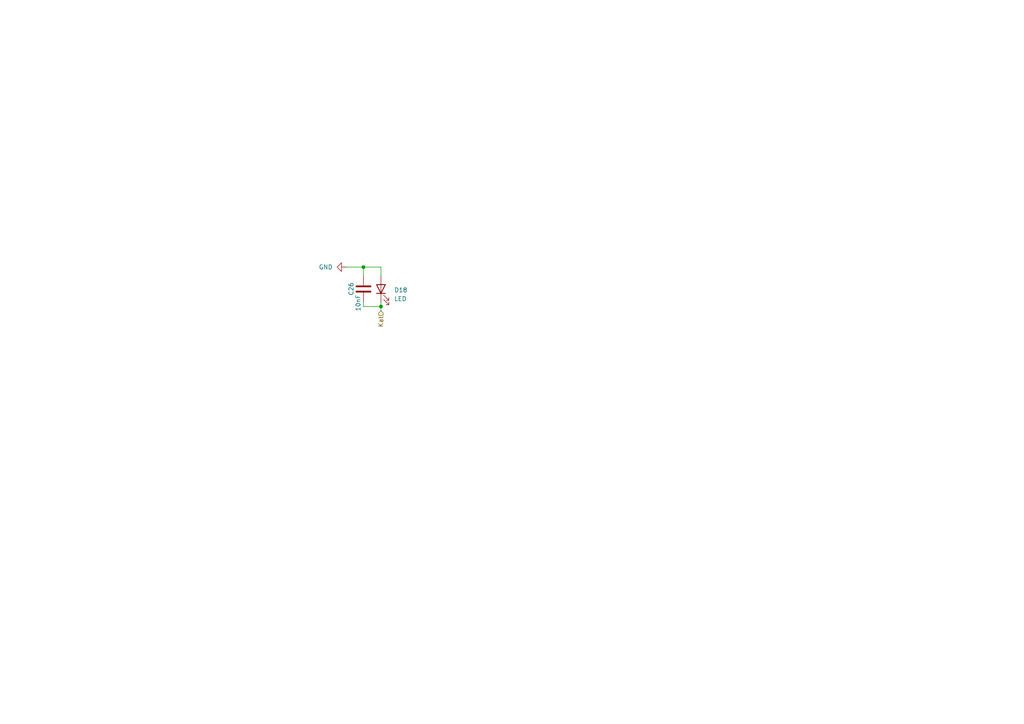
<source format=kicad_sch>
(kicad_sch (version 20231120) (generator "eeschema") (generator_version "8.0")
  (paper "A4")
  (lib_symbols
    (symbol "Device:C" (pin_numbers hide) (pin_names (offset 0.254))
      (property "Reference" "C" (at 0.635 2.54 0))
      (property "Value" "C" (at 0.635 -2.54 0))
      (symbol "C_0_1"
        (polyline (pts (xy -2.032 -0.762) (xy 2.032 -0.762)) (stroke (width 0.508)))
        (polyline (pts (xy -2.032 0.762) (xy 2.032 0.762)) (stroke (width 0.508)))
      )
      (symbol "C_1_1"
        (pin passive line (at 0 3.81 270) (length 2.794) (name "~") (number "1"))
        (pin passive line (at 0 -3.81 90) (length 2.794) (name "~") (number "2"))
      )
    )
    (symbol "Device:LED" (pin_numbers hide) (pin_names (offset 1.016) hide)
      (property "Reference" "D" (at 0 2.54 0))
      (property "Value" "LED" (at 0 -2.54 0))
      (symbol "LED_0_1"
        (polyline (pts (xy -1.27 -1.27) (xy -1.27 1.27)) (stroke (width 0.254)))
        (polyline (pts (xy -1.27 0) (xy 1.27 0)))
        (polyline (pts (xy 1.27 -1.27) (xy 1.27 1.27) (xy -1.27 0) (xy 1.27 -1.27)) (stroke (width 0.254)))
        (polyline (pts (xy -3.048 -0.762) (xy -4.572 -2.286) (xy -3.81 -2.286) (xy -4.572 -2.286) (xy -4.572 -1.524)))
        (polyline (pts (xy -1.778 -0.762) (xy -3.302 -2.286) (xy -2.54 -2.286) (xy -3.302 -2.286) (xy -3.302 -1.524)))
      )
      (symbol "LED_1_1"
        (pin passive line (at -3.81 0 0) (length 2.54) (name "K") (number "1"))
        (pin passive line (at 3.81 0 180) (length 2.54) (name "A") (number "2"))
      )
    )
    (symbol "power:GND" (power) (pin_numbers hide) (pin_names (offset 0) hide)
      (property "Value" "GND" (at 0 -3.81 0))
      (symbol "GND_0_1"
        (polyline (pts (xy 0 0) (xy 0 -1.27) (xy 1.27 -1.27) (xy 0 -2.54) (xy -1.27 -1.27) (xy 0 -1.27)))
      )
      (symbol "GND_1_1"
        (pin power_in line (at 0 0 270) (length 0) (name "~") (number "1"))
      )
    )
  )
  (junction (at 110.49 88.9))
  (junction (at 105.41 77.47))
  (wire (pts (xy 105.41 77.47) (xy 110.49 77.47)))
  (wire (pts (xy 105.41 87.63) (xy 105.41 88.9)))
  (wire (pts (xy 100.33 77.47) (xy 105.41 77.47)))
  (wire (pts (xy 105.41 77.47) (xy 105.41 80.01)))
  (wire (pts (xy 105.41 88.9) (xy 110.49 88.9)))
  (wire (pts (xy 110.49 87.63) (xy 110.49 88.9)))
  (wire (pts (xy 110.49 88.9) (xy 110.49 90.17)))
  (wire (pts (xy 110.49 77.47) (xy 110.49 80.01)))
  (hierarchical_label "Kat" (shape input) (at 110.49 90.17 270))
  (symbol (lib_id "power:GND") (at 100.33 77.47 270) (unit 1)
    (property "Reference" "#PWR023" (effects (hide yes)))
    (property "Value" "GND" (at 96.52 77.4699 90) (effects (justify right)))
    (property "Description" "Power symbol creates a global label with name \"GND\" , ground" (effects (hide yes)))
    (instances (project "Slider_v0.2" (path "" (reference "#PWR023") (unit 1)) (path "" (reference "#PWR035") (unit 1)) (path "" (reference "#PWR08") (unit 1)) (path "" (reference "#PWR020") (unit 1)) (path "" (reference "#PWR025") (unit 1)) (path "" (reference "#PWR015") (unit 1)) (path "" (reference "#PWR028") (unit 1)) (path "" (reference "#PWR036") (unit 1)) (path "" (reference "#PWR033") (unit 1)) (path "" (reference "#PWR016") (unit 1)) (path "" (reference "#PWR014") (unit 1)) (path "" (reference "#PWR029") (unit 1)) (path "" (reference "#PWR06") (unit 1)) (path "" (reference "#PWR052") (unit 1)) (path "" (reference "#PWR027") (unit 1)) (path "" (reference "#PWR021") (unit 1)) (path "" (reference "#PWR024") (unit 1)) (path "" (reference "#PWR030") (unit 1)) (path "" (reference "#PWR013") (unit 1)) (path "" (reference "#PWR05") (unit 1)) (path "" (reference "#PWR019") (unit 1)) (path "" (reference "#PWR031") (unit 1)) (path "" (reference "#PWR011") (unit 1)) (path "" (reference "#PWR032") (unit 1)) (path "" (reference "#PWR017") (unit 1)) (path "" (reference "#PWR018") (unit 1)) (path "" (reference "#PWR09") (unit 1)) (path "" (reference "#PWR010") (unit 1)) (path "" (reference "#PWR034") (unit 1)) (path "" (reference "#PWR022") (unit 1)) (path "" (reference "#PWR07") (unit 1)) (path "" (reference "#PWR026") (unit 1))))
  )
  (symbol (lib_id "Device:C") (at 105.41 83.82 180) (unit 1)
    (property "Reference" "C26" (at 101.854 83.82 90))
    (property "Value" "10nF" (at 103.886 87.884 90))
    (property "Footprint" "Capacitor_SMD:C_0402_1005Metric" (effects (hide yes)))
    (property "Description" "Unpolarized capacitor" (effects (hide yes)))
    (instances (project "Slider_v0.2" (path "" (reference "C26") (unit 1)) (path "" (reference "C38") (unit 1)) (path "" (reference "C12") (unit 1)) (path "" (reference "C23") (unit 1)) (path "" (reference "C28") (unit 1)) (path "" (reference "C18") (unit 1)) (path "" (reference "C31") (unit 1)) (path "" (reference "C39") (unit 1)) (path "" (reference "C36") (unit 1)) (path "" (reference "C19") (unit 1)) (path "" (reference "C17") (unit 1)) (path "" (reference "C32") (unit 1)) (path "" (reference "C10") (unit 1)) (path "" (reference "C41") (unit 1)) (path "" (reference "C30") (unit 1)) (path "" (reference "C24") (unit 1)) (path "" (reference "C27") (unit 1)) (path "" (reference "C33") (unit 1)) (path "" (reference "C16") (unit 1)) (path "" (reference "C9") (unit 1)) (path "" (reference "C22") (unit 1)) (path "" (reference "C34") (unit 1)) (path "" (reference "C15") (unit 1)) (path "" (reference "C35") (unit 1)) (path "" (reference "C20") (unit 1)) (path "" (reference "C21") (unit 1)) (path "" (reference "C13") (unit 1)) (path "" (reference "C14") (unit 1)) (path "" (reference "C37") (unit 1)) (path "" (reference "C25") (unit 1)) (path "" (reference "C11") (unit 1)) (path "" (reference "C29") (unit 1))))
  )
  (symbol (lib_id "Device:LED") (at 110.49 83.82 90) (unit 1)
    (property "Reference" "D18" (at 114.3 84.1374 90) (effects (justify right)))
    (property "Value" "LED" (at 114.3 86.6774 90) (effects (justify right)))
    (property "Footprint" "CDSB_4x1:MP-2016-1100-50-70 0806 (2016 metric)" (effects (hide yes)))
    (property "Description" "Light emitting diode" (effects (hide yes)))
    (instances (project "Slider_v0.2" (path "" (reference "D18") (unit 1)) (path "" (reference "D30") (unit 1)) (path "" (reference "D4") (unit 1)) (path "" (reference "D15") (unit 1)) (path "" (reference "D20") (unit 1)) (path "" (reference "D10") (unit 1)) (path "" (reference "D23") (unit 1)) (path "" (reference "D31") (unit 1)) (path "" (reference "D28") (unit 1)) (path "" (reference "D11") (unit 1)) (path "" (reference "D9") (unit 1)) (path "" (reference "D24") (unit 1)) (path "" (reference "D2") (unit 1)) (path "" (reference "D33") (unit 1)) (path "" (reference "D22") (unit 1)) (path "" (reference "D16") (unit 1)) (path "" (reference "D19") (unit 1)) (path "" (reference "D25") (unit 1)) (path "" (reference "D8") (unit 1)) (path "" (reference "D1") (unit 1)) (path "" (reference "D14") (unit 1)) (path "" (reference "D26") (unit 1)) (path "" (reference "D7") (unit 1)) (path "" (reference "D27") (unit 1)) (path "" (reference "D12") (unit 1)) (path "" (reference "D13") (unit 1)) (path "" (reference "D5") (unit 1)) (path "" (reference "D6") (unit 1)) (path "" (reference "D29") (unit 1)) (path "" (reference "D17") (unit 1)) (path "" (reference "D3") (unit 1)) (path "" (reference "D21") (unit 1))))
  )
)
</source>
